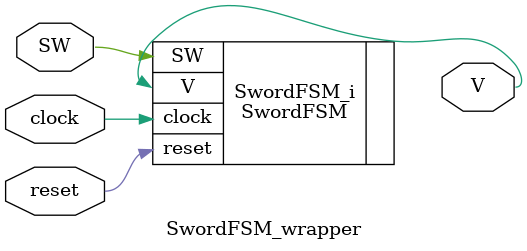
<source format=v>
`timescale 1 ps / 1 ps

module SwordFSM_wrapper
   (SW,
    V,
    clock,
    reset);
  input SW;
  output V;
  input clock;
  input reset;

  wire SW;
  wire V;
  wire clock;
  wire reset;

  SwordFSM SwordFSM_i
       (.SW(SW),
        .V(V),
        .clock(clock),
        .reset(reset));
endmodule

</source>
